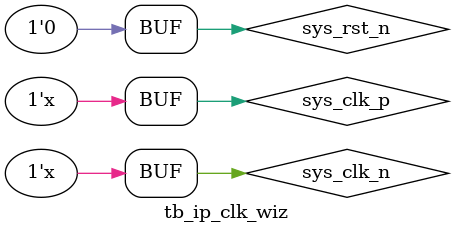
<source format=v>
`timescale 1ns / 1ps
module tb_ip_clk_wiz();
parameter CLK_PERIOD = 10;
reg sys_clk_p;
reg sys_clk_n;
reg sys_rst_n;
wire clk_200m; 
wire clk_200m_180deg;
wire clk_100m; 
wire clk_25m; 
initial begin
sys_clk_p = 1'b0;
sys_clk_n = 1'b1;
sys_rst_n = 1'b1;
#200
sys_rst_n = 1'b0;
end
always #(CLK_PERIOD/2) sys_clk_p = ~sys_clk_p;
always #(CLK_PERIOD/2) sys_clk_n = ~sys_clk_n;
ip_clk_wiz u_ip_clk_wiz(
.sys_clk_p (sys_clk_p ),
.sys_clk_n (sys_clk_n ),
.sys_rst_n (sys_rst_n ),
.clk_200m (clk_200m ),
.clk_200m_180deg (clk_200m_180deg),
.clk_100m (clk_100m ),
.clk_25m (clk_25m ) 
);
endmodule
</source>
